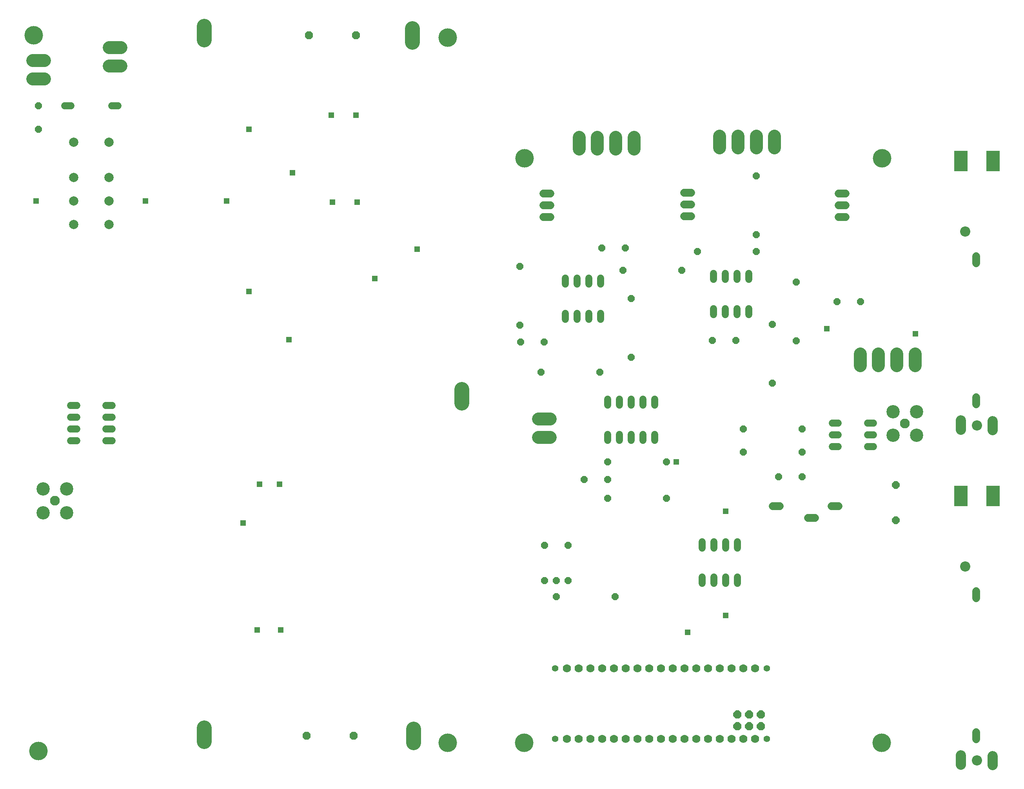
<source format=gbs>
G75*
%MOIN*%
%OFA0B0*%
%FSLAX25Y25*%
%IPPOS*%
%LPD*%
%AMOC8*
5,1,8,0,0,1.08239X$1,22.5*
%
%ADD10C,0.15750*%
%ADD11C,0.08674*%
%ADD12C,0.10839*%
%ADD13C,0.08300*%
%ADD14C,0.11300*%
%ADD15C,0.06000*%
%ADD16C,0.07887*%
%ADD17C,0.12650*%
%ADD18OC8,0.06000*%
%ADD19OC8,0.06800*%
%ADD20C,0.07000*%
%ADD21C,0.05524*%
%ADD22OC8,0.07000*%
%ADD23OC8,0.06400*%
%ADD24C,0.06800*%
%ADD25R,0.11300X0.17300*%
%ADD26C,0.08600*%
%ADD27R,0.04762X0.04762*%
D10*
X0028800Y0019800D03*
X0376800Y0026800D03*
X0441800Y0026800D03*
X0745800Y0026800D03*
X0746300Y0524300D03*
X0442300Y0524300D03*
X0376800Y0626800D03*
X0024800Y0628800D03*
D11*
X0816800Y0461800D03*
X0826800Y0296800D03*
X0816800Y0176800D03*
X0826800Y0011800D03*
D12*
X0463820Y0287005D02*
X0453780Y0287005D01*
X0453780Y0302595D02*
X0463820Y0302595D01*
X0727414Y0347780D02*
X0727414Y0357820D01*
X0743005Y0357820D02*
X0743005Y0347780D01*
X0758595Y0347780D02*
X0758595Y0357820D01*
X0774186Y0357820D02*
X0774186Y0347780D01*
X0654686Y0533280D02*
X0654686Y0543320D01*
X0639095Y0543320D02*
X0639095Y0533280D01*
X0623505Y0533280D02*
X0623505Y0543320D01*
X0607914Y0543320D02*
X0607914Y0533280D01*
X0535186Y0532280D02*
X0535186Y0542320D01*
X0519595Y0542320D02*
X0519595Y0532280D01*
X0504005Y0532280D02*
X0504005Y0542320D01*
X0488414Y0542320D02*
X0488414Y0532280D01*
X0098820Y0603005D02*
X0088780Y0603005D01*
X0088780Y0618595D02*
X0098820Y0618595D01*
X0033820Y0607595D02*
X0023780Y0607595D01*
X0023780Y0592005D02*
X0033820Y0592005D01*
D13*
X0042800Y0232800D03*
X0765600Y0298700D03*
D14*
X0755561Y0288661D03*
X0775639Y0288661D03*
X0775639Y0308739D03*
X0755561Y0308739D03*
X0052839Y0242839D03*
X0052839Y0222761D03*
X0032761Y0222761D03*
X0032761Y0242839D03*
D15*
X0056200Y0283800D02*
X0061400Y0283800D01*
X0061400Y0293800D02*
X0056200Y0293800D01*
X0056200Y0303800D02*
X0061400Y0303800D01*
X0061400Y0313800D02*
X0056200Y0313800D01*
X0086200Y0313800D02*
X0091400Y0313800D01*
X0091400Y0303800D02*
X0086200Y0303800D01*
X0086200Y0293800D02*
X0091400Y0293800D01*
X0091400Y0283800D02*
X0086200Y0283800D01*
X0091200Y0568800D02*
X0096400Y0568800D01*
X0056400Y0568800D02*
X0051200Y0568800D01*
X0476800Y0422400D02*
X0476800Y0417200D01*
X0486800Y0417200D02*
X0486800Y0422400D01*
X0496800Y0422400D02*
X0496800Y0417200D01*
X0506800Y0417200D02*
X0506800Y0422400D01*
X0506800Y0392400D02*
X0506800Y0387200D01*
X0496800Y0387200D02*
X0496800Y0392400D01*
X0486800Y0392400D02*
X0486800Y0387200D01*
X0476800Y0387200D02*
X0476800Y0392400D01*
X0512800Y0319400D02*
X0512800Y0314200D01*
X0522800Y0314200D02*
X0522800Y0319400D01*
X0532800Y0319400D02*
X0532800Y0314200D01*
X0542800Y0314200D02*
X0542800Y0319400D01*
X0552800Y0319400D02*
X0552800Y0314200D01*
X0552800Y0289400D02*
X0552800Y0284200D01*
X0542800Y0284200D02*
X0542800Y0289400D01*
X0532800Y0289400D02*
X0532800Y0284200D01*
X0522800Y0284200D02*
X0522800Y0289400D01*
X0512800Y0289400D02*
X0512800Y0284200D01*
X0593300Y0197900D02*
X0593300Y0192700D01*
X0603300Y0192700D02*
X0603300Y0197900D01*
X0613300Y0197900D02*
X0613300Y0192700D01*
X0623300Y0192700D02*
X0623300Y0197900D01*
X0623300Y0167900D02*
X0623300Y0162700D01*
X0613300Y0162700D02*
X0613300Y0167900D01*
X0603300Y0167900D02*
X0603300Y0162700D01*
X0593300Y0162700D02*
X0593300Y0167900D01*
X0703700Y0278800D02*
X0708900Y0278800D01*
X0708900Y0288800D02*
X0703700Y0288800D01*
X0703700Y0298800D02*
X0708900Y0298800D01*
X0733700Y0298800D02*
X0738900Y0298800D01*
X0738900Y0288800D02*
X0733700Y0288800D01*
X0733700Y0278800D02*
X0738900Y0278800D01*
X0632800Y0391200D02*
X0632800Y0396400D01*
X0622800Y0396400D02*
X0622800Y0391200D01*
X0612800Y0391200D02*
X0612800Y0396400D01*
X0602800Y0396400D02*
X0602800Y0391200D01*
X0602800Y0421200D02*
X0602800Y0426400D01*
X0612800Y0426400D02*
X0612800Y0421200D01*
X0622800Y0421200D02*
X0622800Y0426400D01*
X0632800Y0426400D02*
X0632800Y0421200D01*
D16*
X0088800Y0467800D03*
X0088800Y0487800D03*
X0088800Y0507800D03*
X0058800Y0507800D03*
X0058800Y0487800D03*
X0058800Y0467800D03*
X0058800Y0537800D03*
X0088800Y0537800D03*
D17*
X0169800Y0624875D02*
X0169800Y0636725D01*
X0346800Y0634725D02*
X0346800Y0622875D01*
X0388800Y0327725D02*
X0388800Y0315875D01*
X0169800Y0039725D02*
X0169800Y0027875D01*
X0347800Y0026875D02*
X0347800Y0038725D01*
D18*
X0469300Y0151300D03*
X0469300Y0164800D03*
X0459300Y0164800D03*
X0479300Y0164800D03*
X0479300Y0194800D03*
X0459300Y0194800D03*
X0512800Y0234800D03*
X0512800Y0250800D03*
X0512800Y0265800D03*
X0492800Y0250800D03*
X0562800Y0265800D03*
X0562800Y0234800D03*
X0628300Y0274300D03*
X0628300Y0293800D03*
X0652800Y0332800D03*
X0673300Y0368800D03*
X0652800Y0382800D03*
X0621800Y0369300D03*
X0601800Y0369300D03*
X0532800Y0354800D03*
X0506300Y0342300D03*
X0458800Y0367800D03*
X0438800Y0367800D03*
X0438300Y0382300D03*
X0456300Y0342300D03*
X0532800Y0404800D03*
X0525800Y0428800D03*
X0527800Y0447800D03*
X0507800Y0447800D03*
X0575800Y0428800D03*
X0589300Y0444800D03*
X0639300Y0444800D03*
X0639300Y0459300D03*
X0673300Y0418800D03*
X0707800Y0402300D03*
X0727800Y0402300D03*
X0639300Y0509300D03*
X0438300Y0432300D03*
X0678300Y0293800D03*
X0678300Y0274300D03*
X0678300Y0253300D03*
X0658300Y0253300D03*
X0519300Y0151300D03*
X0028800Y0548800D03*
X0028800Y0568800D03*
D19*
X0258800Y0628800D03*
X0298800Y0628800D03*
X0296800Y0032800D03*
X0256800Y0032800D03*
D20*
X0478300Y0030300D03*
X0488300Y0030300D03*
X0498300Y0030300D03*
X0508300Y0030300D03*
X0518300Y0030300D03*
X0528300Y0030300D03*
X0538300Y0030300D03*
X0548300Y0030300D03*
X0558300Y0030300D03*
X0568300Y0030300D03*
X0578300Y0030300D03*
X0588300Y0030300D03*
X0598300Y0030300D03*
X0608300Y0030300D03*
X0618300Y0030300D03*
X0628300Y0030300D03*
X0638300Y0030300D03*
X0638300Y0090300D03*
X0628300Y0090300D03*
X0618300Y0090300D03*
X0608300Y0090300D03*
X0598300Y0090300D03*
X0588300Y0090300D03*
X0578300Y0090300D03*
X0568300Y0090300D03*
X0558300Y0090300D03*
X0548300Y0090300D03*
X0538300Y0090300D03*
X0528300Y0090300D03*
X0518300Y0090300D03*
X0508300Y0090300D03*
X0498300Y0090300D03*
X0488300Y0090300D03*
X0478300Y0090300D03*
D21*
X0468300Y0090300D03*
X0468300Y0030300D03*
X0648300Y0030300D03*
X0648300Y0090300D03*
D22*
X0643300Y0050800D03*
X0643300Y0040800D03*
X0633300Y0040800D03*
X0633300Y0050800D03*
X0623300Y0050800D03*
X0623300Y0040800D03*
D23*
X0757800Y0216300D03*
X0757800Y0246300D03*
D24*
X0709300Y0228300D02*
X0703300Y0228300D01*
X0689300Y0218300D02*
X0683300Y0218300D01*
X0659300Y0228300D02*
X0653300Y0228300D01*
X0826300Y0155800D02*
X0826300Y0149800D01*
X0826300Y0035800D02*
X0826300Y0029800D01*
X0826300Y0314800D02*
X0826300Y0320800D01*
X0826300Y0434800D02*
X0826300Y0440800D01*
X0715300Y0474300D02*
X0709300Y0474300D01*
X0709300Y0484300D02*
X0715300Y0484300D01*
X0715300Y0494300D02*
X0709300Y0494300D01*
X0583800Y0494800D02*
X0577800Y0494800D01*
X0577800Y0484800D02*
X0583800Y0484800D01*
X0583800Y0474800D02*
X0577800Y0474800D01*
X0464300Y0474300D02*
X0458300Y0474300D01*
X0458300Y0484300D02*
X0464300Y0484300D01*
X0464300Y0494300D02*
X0458300Y0494300D01*
D25*
X0813042Y0521972D03*
X0840558Y0521972D03*
X0840558Y0236972D03*
X0813042Y0236972D03*
D26*
X0813300Y0293400D02*
X0813300Y0301200D01*
X0840300Y0300700D02*
X0840300Y0292900D01*
X0840300Y0015700D02*
X0840300Y0007900D01*
X0813300Y0008400D02*
X0813300Y0016200D01*
D27*
X0613300Y0135300D03*
X0580800Y0120800D03*
X0613300Y0223800D03*
X0571300Y0265800D03*
X0699300Y0379300D03*
X0774379Y0374812D03*
X0350800Y0446800D03*
X0314800Y0421800D03*
X0241800Y0369800D03*
X0207800Y0410800D03*
X0188800Y0487800D03*
X0244800Y0511800D03*
X0278800Y0486800D03*
X0299800Y0486800D03*
X0207800Y0548800D03*
X0277800Y0560800D03*
X0298800Y0560800D03*
X0119800Y0487800D03*
X0026800Y0487800D03*
X0216800Y0246800D03*
X0233800Y0246800D03*
X0202800Y0213800D03*
X0214800Y0122800D03*
X0234800Y0122800D03*
M02*

</source>
